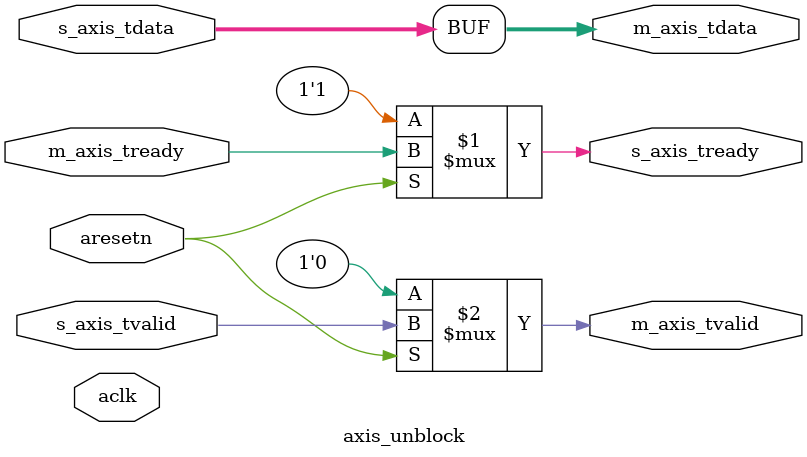
<source format=v>

`timescale 1 ns / 1 ps

module axis_unblock #
(
  parameter integer AXIS_TDATA_WIDTH = 16 
)
(
  // System signals
  input  wire                        aclk,
  input  wire                        aresetn,

    // Slave side
  input wire [AXIS_TDATA_WIDTH-1:0] s_axis_tdata,
  input wire                        s_axis_tvalid,
  output wire                       s_axis_tready,
  
  
    // Master side
  output wire [AXIS_TDATA_WIDTH-1:0] m_axis_tdata,
  output wire                        m_axis_tvalid,
  input wire                         m_axis_tready

);
 

  assign s_axis_tready = aresetn? m_axis_tready:1'b1; 
  assign m_axis_tvalid = aresetn? s_axis_tvalid:1'b0; 
  assign m_axis_tdata = s_axis_tdata;
endmodule

</source>
